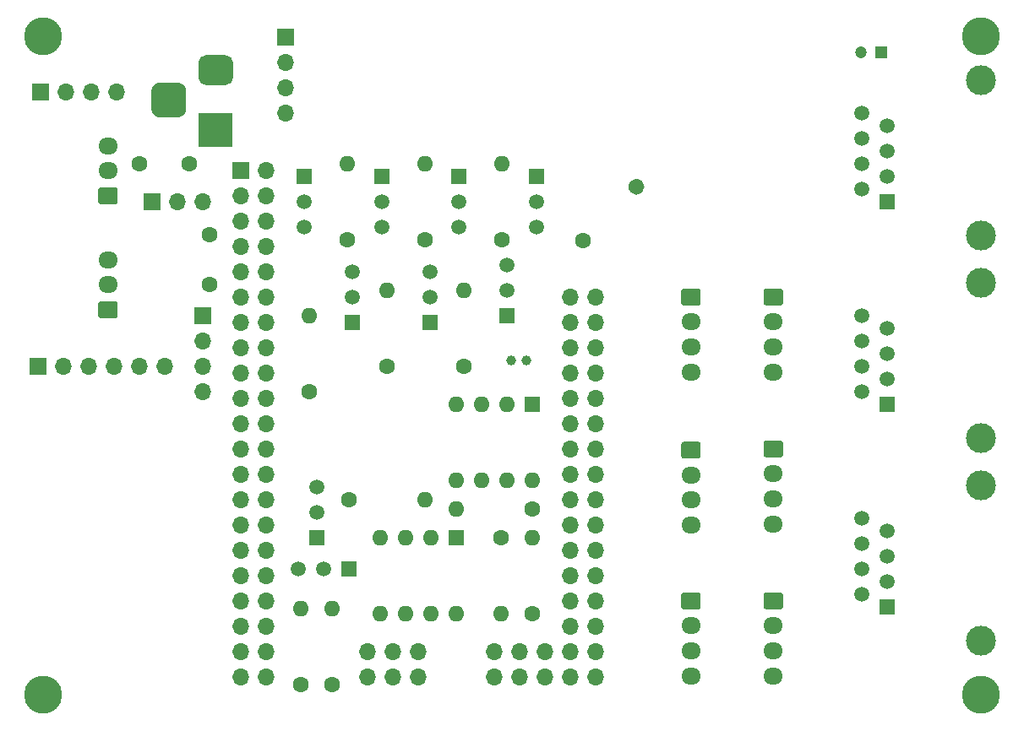
<source format=gbr>
%TF.GenerationSoftware,KiCad,Pcbnew,5.1.10-88a1d61d58~89~ubuntu20.10.1*%
%TF.CreationDate,2021-07-14T23:28:35-05:00*%
%TF.ProjectId,nutrient,6e757472-6965-46e7-942e-6b696361645f,rev?*%
%TF.SameCoordinates,Original*%
%TF.FileFunction,Copper,L1,Top*%
%TF.FilePolarity,Positive*%
%FSLAX46Y46*%
G04 Gerber Fmt 4.6, Leading zero omitted, Abs format (unit mm)*
G04 Created by KiCad (PCBNEW 5.1.10-88a1d61d58~89~ubuntu20.10.1) date 2021-07-14 23:28:35*
%MOMM*%
%LPD*%
G01*
G04 APERTURE LIST*
%TA.AperFunction,ComponentPad*%
%ADD10C,1.200000*%
%TD*%
%TA.AperFunction,ComponentPad*%
%ADD11R,1.200000X1.200000*%
%TD*%
%TA.AperFunction,ConnectorPad*%
%ADD12C,3.800000*%
%TD*%
%TA.AperFunction,ComponentPad*%
%ADD13C,2.600000*%
%TD*%
%TA.AperFunction,ComponentPad*%
%ADD14O,1.600000X1.600000*%
%TD*%
%TA.AperFunction,ComponentPad*%
%ADD15C,1.600000*%
%TD*%
%TA.AperFunction,ComponentPad*%
%ADD16C,1.500000*%
%TD*%
%TA.AperFunction,ComponentPad*%
%ADD17R,1.500000X1.500000*%
%TD*%
%TA.AperFunction,ComponentPad*%
%ADD18O,1.700000X1.700000*%
%TD*%
%TA.AperFunction,ComponentPad*%
%ADD19R,1.700000X1.700000*%
%TD*%
%TA.AperFunction,ComponentPad*%
%ADD20R,3.500000X3.500000*%
%TD*%
%TA.AperFunction,ComponentPad*%
%ADD21O,1.950000X1.700000*%
%TD*%
%TA.AperFunction,ComponentPad*%
%ADD22C,3.000000*%
%TD*%
%TA.AperFunction,ComponentPad*%
%ADD23R,1.600000X1.600000*%
%TD*%
%TA.AperFunction,ComponentPad*%
%ADD24C,1.000000*%
%TD*%
%TA.AperFunction,Conductor*%
%ADD25C,0.250000*%
%TD*%
G04 APERTURE END LIST*
D10*
%TO.P,C3,2*%
%TO.N,/VIN1*%
X184055000Y-38989000D03*
D11*
%TO.P,C3,1*%
%TO.N,GND*%
X186055000Y-38989000D03*
%TD*%
D12*
%TO.P,H4,1*%
%TO.N,N/C*%
X196088000Y-37338000D03*
D13*
X196088000Y-37338000D03*
%TD*%
D12*
%TO.P,H3,1*%
%TO.N,N/C*%
X102108000Y-37338000D03*
D13*
X102108000Y-37338000D03*
%TD*%
D12*
%TO.P,H2,1*%
%TO.N,N/C*%
X196088000Y-103378000D03*
D13*
X196088000Y-103378000D03*
%TD*%
D12*
%TO.P,H1,1*%
%TO.N,N/C*%
X102108000Y-103378000D03*
D13*
X102108000Y-103378000D03*
%TD*%
D14*
%TO.P,R2,2*%
%TO.N,/SS1*%
X131064000Y-94742000D03*
D15*
%TO.P,R2,1*%
%TO.N,/5V3*%
X131064000Y-102362000D03*
%TD*%
D14*
%TO.P,R1,2*%
%TO.N,/SS2*%
X127889000Y-94742000D03*
D15*
%TO.P,R1,1*%
%TO.N,/5V3*%
X127889000Y-102362000D03*
%TD*%
%TO.P,C2,2*%
%TO.N,/VIN1*%
X116760000Y-50165000D03*
%TO.P,C2,1*%
%TO.N,GND*%
X111760000Y-50165000D03*
%TD*%
%TO.P,C1,2*%
%TO.N,/5V2*%
X118745000Y-62230000D03*
%TO.P,C1,1*%
%TO.N,GND*%
X118745000Y-57230000D03*
%TD*%
D16*
%TO.P,Q6,2*%
%TO.N,Net-(Q6-Pad2)*%
X133096000Y-63500000D03*
%TO.P,Q6,3*%
%TO.N,GND*%
X133096000Y-60960000D03*
D17*
%TO.P,Q6,1*%
%TO.N,Net-(JM1-Pad3)*%
X133096000Y-66040000D03*
%TD*%
D18*
%TO.P,JI2C1,4*%
%TO.N,/SDA*%
X118110000Y-73025000D03*
%TO.P,JI2C1,3*%
%TO.N,/SCL*%
X118110000Y-70485000D03*
%TO.P,JI2C1,2*%
%TO.N,GND*%
X118110000Y-67945000D03*
D19*
%TO.P,JI2C1,1*%
%TO.N,/5V2*%
X118110000Y-65405000D03*
%TD*%
D20*
%TO.P,JDC1,1*%
%TO.N,/VIN1*%
X119380000Y-46736000D03*
%TO.P,JDC1,2*%
%TO.N,GND*%
%TA.AperFunction,ComponentPad*%
G36*
G01*
X118380000Y-39236000D02*
X120380000Y-39236000D01*
G75*
G02*
X121130000Y-39986000I0J-750000D01*
G01*
X121130000Y-41486000D01*
G75*
G02*
X120380000Y-42236000I-750000J0D01*
G01*
X118380000Y-42236000D01*
G75*
G02*
X117630000Y-41486000I0J750000D01*
G01*
X117630000Y-39986000D01*
G75*
G02*
X118380000Y-39236000I750000J0D01*
G01*
G37*
%TD.AperFunction*%
%TA.AperFunction,ComponentPad*%
G36*
G01*
X113805000Y-41986000D02*
X115555000Y-41986000D01*
G75*
G02*
X116430000Y-42861000I0J-875000D01*
G01*
X116430000Y-44611000D01*
G75*
G02*
X115555000Y-45486000I-875000J0D01*
G01*
X113805000Y-45486000D01*
G75*
G02*
X112930000Y-44611000I0J875000D01*
G01*
X112930000Y-42861000D01*
G75*
G02*
X113805000Y-41986000I875000J0D01*
G01*
G37*
%TD.AperFunction*%
%TD*%
D21*
%TO.P,J8,3*%
%TO.N,/VIN*%
X108585000Y-48340000D03*
%TO.P,J8,2*%
%TO.N,GND*%
X108585000Y-50840000D03*
%TO.P,J8,1*%
%TO.N,/INT0*%
%TA.AperFunction,ComponentPad*%
G36*
G01*
X109310000Y-54190000D02*
X107860000Y-54190000D01*
G75*
G02*
X107610000Y-53940000I0J250000D01*
G01*
X107610000Y-52740000D01*
G75*
G02*
X107860000Y-52490000I250000J0D01*
G01*
X109310000Y-52490000D01*
G75*
G02*
X109560000Y-52740000I0J-250000D01*
G01*
X109560000Y-53940000D01*
G75*
G02*
X109310000Y-54190000I-250000J0D01*
G01*
G37*
%TD.AperFunction*%
%TD*%
%TO.P,J7,3*%
%TO.N,/VIN*%
X108585000Y-59770000D03*
%TO.P,J7,2*%
%TO.N,GND*%
X108585000Y-62270000D03*
%TO.P,J7,1*%
%TO.N,/INT1*%
%TA.AperFunction,ComponentPad*%
G36*
G01*
X109310000Y-65620000D02*
X107860000Y-65620000D01*
G75*
G02*
X107610000Y-65370000I0J250000D01*
G01*
X107610000Y-64170000D01*
G75*
G02*
X107860000Y-63920000I250000J0D01*
G01*
X109310000Y-63920000D01*
G75*
G02*
X109560000Y-64170000I0J-250000D01*
G01*
X109560000Y-65370000D01*
G75*
G02*
X109310000Y-65620000I-250000J0D01*
G01*
G37*
%TD.AperFunction*%
%TD*%
D18*
%TO.P,JI2C3,4*%
%TO.N,/5V2*%
X126365000Y-45085000D03*
%TO.P,JI2C3,3*%
%TO.N,GND*%
X126365000Y-42545000D03*
%TO.P,JI2C3,2*%
%TO.N,/SDA*%
X126365000Y-40005000D03*
D19*
%TO.P,JI2C3,1*%
%TO.N,/SCL*%
X126365000Y-37465000D03*
%TD*%
%TO.P,JSPI1,1*%
%TO.N,/SS2*%
X101600000Y-70485000D03*
D18*
%TO.P,JSPI1,2*%
%TO.N,Net-(JSPI1-Pad2)*%
X104140000Y-70485000D03*
%TO.P,JSPI1,3*%
%TO.N,Net-(JSPI1-Pad3)*%
X106680000Y-70485000D03*
%TO.P,JSPI1,4*%
%TO.N,Net-(JSPI1-Pad4)*%
X109220000Y-70485000D03*
%TO.P,JSPI1,5*%
%TO.N,/5V3*%
X111760000Y-70485000D03*
%TO.P,JSPI1,6*%
%TO.N,GND*%
X114300000Y-70485000D03*
%TD*%
D22*
%TO.P,JS2,SH*%
%TO.N,GND*%
X196090000Y-62080000D03*
D16*
%TO.P,JS2,3*%
%TO.N,Net-(JS2-Pad3)*%
X186690000Y-71755000D03*
%TO.P,JS2,5*%
%TO.N,Net-(JS2-Pad5)*%
X186690000Y-69215000D03*
%TO.P,JS2,4*%
%TO.N,Net-(JS2-Pad4)*%
X184150000Y-70485000D03*
%TO.P,JS2,7*%
%TO.N,Net-(JS2-Pad7)*%
X186690000Y-66675000D03*
D17*
%TO.P,JS2,1*%
%TO.N,/VIN*%
X186690000Y-74295000D03*
D16*
%TO.P,JS2,2*%
%TO.N,Net-(JS2-Pad2)*%
X184150000Y-73025000D03*
D22*
%TO.P,JS2,SH*%
%TO.N,GND*%
X196090000Y-77620000D03*
D16*
%TO.P,JS2,8*%
X184150000Y-65405000D03*
%TO.P,JS2,6*%
%TO.N,Net-(JS2-Pad6)*%
X184150000Y-67945000D03*
%TD*%
D14*
%TO.P,U1,8*%
%TO.N,/5V3*%
X143510000Y-95250000D03*
%TO.P,U1,4*%
%TO.N,/GND3*%
X135890000Y-87630000D03*
%TO.P,U1,7*%
%TO.N,/5V3*%
X140970000Y-95250000D03*
%TO.P,U1,3*%
%TO.N,Net-(U1-Pad3)*%
X138430000Y-87630000D03*
%TO.P,U1,6*%
%TO.N,Net-(JSPI1-Pad2)*%
X138430000Y-95250000D03*
%TO.P,U1,2*%
%TO.N,Net-(QSO1-Pad1)*%
X140970000Y-87630000D03*
%TO.P,U1,5*%
%TO.N,Net-(JSPI1-Pad3)*%
X135890000Y-95250000D03*
D23*
%TO.P,U1,1*%
%TO.N,Net-(QSS1-Pad3)*%
X143510000Y-87630000D03*
%TD*%
D18*
%TO.P,JI2C2,4*%
%TO.N,/5V2*%
X109474000Y-42926000D03*
%TO.P,JI2C2,3*%
%TO.N,GND*%
X106934000Y-42926000D03*
%TO.P,JI2C2,2*%
%TO.N,/SCL*%
X104394000Y-42926000D03*
D19*
%TO.P,JI2C2,1*%
%TO.N,/SDA*%
X101854000Y-42926000D03*
%TD*%
D21*
%TO.P,J3,4*%
%TO.N,Net-(J3-Pad4)*%
X175260000Y-86240000D03*
%TO.P,J3,3*%
%TO.N,Net-(J3-Pad3)*%
X175260000Y-83740000D03*
%TO.P,J3,2*%
%TO.N,Net-(J3-Pad2)*%
X175260000Y-81240000D03*
%TO.P,J3,1*%
%TO.N,Net-(J3-Pad1)*%
%TA.AperFunction,ComponentPad*%
G36*
G01*
X174535000Y-77890000D02*
X175985000Y-77890000D01*
G75*
G02*
X176235000Y-78140000I0J-250000D01*
G01*
X176235000Y-79340000D01*
G75*
G02*
X175985000Y-79590000I-250000J0D01*
G01*
X174535000Y-79590000D01*
G75*
G02*
X174285000Y-79340000I0J250000D01*
G01*
X174285000Y-78140000D01*
G75*
G02*
X174535000Y-77890000I250000J0D01*
G01*
G37*
%TD.AperFunction*%
%TD*%
D24*
%TO.P,Y1,2*%
%TO.N,Net-(U2-Pad2)*%
X148995000Y-69850000D03*
%TO.P,Y1,1*%
%TO.N,Net-(U2-Pad1)*%
X150495000Y-69850000D03*
%TD*%
D21*
%TO.P,J1,4*%
%TO.N,Net-(J1-Pad4)*%
X175260000Y-101480000D03*
%TO.P,J1,3*%
%TO.N,Net-(J1-Pad3)*%
X175260000Y-98980000D03*
%TO.P,J1,2*%
%TO.N,Net-(J1-Pad2)*%
X175260000Y-96480000D03*
%TO.P,J1,1*%
%TO.N,Net-(J1-Pad1)*%
%TA.AperFunction,ComponentPad*%
G36*
G01*
X174535000Y-93130000D02*
X175985000Y-93130000D01*
G75*
G02*
X176235000Y-93380000I0J-250000D01*
G01*
X176235000Y-94580000D01*
G75*
G02*
X175985000Y-94830000I-250000J0D01*
G01*
X174535000Y-94830000D01*
G75*
G02*
X174285000Y-94580000I0J250000D01*
G01*
X174285000Y-93380000D01*
G75*
G02*
X174535000Y-93130000I250000J0D01*
G01*
G37*
%TD.AperFunction*%
%TD*%
D18*
%TO.P,XA1,D43*%
%TO.N,Net-(J3-Pad4)*%
X154940000Y-96520000D03*
%TO.P,XA1,D42*%
%TO.N,Net-(J3-Pad3)*%
X157480000Y-96520000D03*
%TO.P,XA1,D18*%
%TO.N,Net-(XA1-PadD18)*%
X124460000Y-86360000D03*
%TO.P,XA1,D25*%
%TO.N,Net-(XA1-PadD25)*%
X121920000Y-93980000D03*
D19*
%TO.P,XA1,VIN1*%
%TO.N,/VIN1*%
X121920000Y-50800000D03*
D18*
%TO.P,XA1,D33*%
%TO.N,Net-(J5-Pad2)*%
X154940000Y-83820000D03*
%TO.P,XA1,3V2*%
%TO.N,Net-(XA1-Pad3V2)*%
X124460000Y-58420000D03*
%TO.P,XA1,D16*%
%TO.N,Net-(XA1-PadD16)*%
X124460000Y-83820000D03*
%TO.P,XA1,AREF*%
%TO.N,/VIN*%
X124460000Y-60960000D03*
%TO.P,XA1,D10*%
%TO.N,Net-(RQ7-Pad1)*%
X124460000Y-76200000D03*
%TO.P,XA1,D8*%
%TO.N,Net-(RQ5-Pad1)*%
X124460000Y-73660000D03*
%TO.P,XA1,D36*%
%TO.N,Net-(J4-Pad1)*%
X157480000Y-88900000D03*
%TO.P,XA1,D9*%
%TO.N,Net-(RQ6-Pad1)*%
X121920000Y-73660000D03*
%TO.P,XA1,D6*%
%TO.N,Net-(RQ3-Pad1)*%
X124460000Y-71120000D03*
%TO.P,XA1,5V1*%
%TO.N,/5V1*%
X121920000Y-55880000D03*
%TO.P,XA1,D1*%
%TO.N,Net-(XA1-PadD1)*%
X121920000Y-63500000D03*
%TO.P,XA1,D20*%
%TO.N,/SDA*%
X124460000Y-88900000D03*
%TO.P,XA1,D4*%
%TO.N,Net-(RQ1-Pad1)*%
X124460000Y-68580000D03*
%TO.P,XA1,D24*%
%TO.N,Net-(XA1-PadD24)*%
X124460000Y-93980000D03*
%TO.P,XA1,D3*%
%TO.N,/INT1*%
X121920000Y-66040000D03*
%TO.P,XA1,D23*%
%TO.N,/SS2*%
X121920000Y-91440000D03*
%TO.P,XA1,3V1*%
%TO.N,Net-(JP1-Pad1)*%
X121920000Y-58420000D03*
%TO.P,XA1,D7*%
%TO.N,Net-(RQ4-Pad1)*%
X121920000Y-71120000D03*
%TO.P,XA1,D40*%
%TO.N,Net-(J3-Pad1)*%
X157480000Y-93980000D03*
%TO.P,XA1,D17*%
%TO.N,Net-(XA1-PadD17)*%
X121920000Y-83820000D03*
%TO.P,XA1,D49*%
%TO.N,Net-(J1-Pad1)*%
X152400000Y-99060000D03*
%TO.P,XA1,D14*%
%TO.N,Net-(XA1-PadD14)*%
X124460000Y-81280000D03*
%TO.P,XA1,RST2*%
%TO.N,Net-(XA1-PadRST2)*%
X134620000Y-99060000D03*
%TO.P,XA1,D52*%
%TO.N,Net-(XA1-PadD52)*%
X147320000Y-101600000D03*
%TO.P,XA1,D50*%
%TO.N,Net-(J1-Pad4)*%
X149860000Y-101600000D03*
%TO.P,XA1,D38*%
%TO.N,Net-(J4-Pad3)*%
X157480000Y-91440000D03*
%TO.P,XA1,A6*%
%TO.N,Net-(JS1-Pad7)*%
X157480000Y-71120000D03*
%TO.P,XA1,A12*%
%TO.N,Net-(J6-Pad1)*%
X157480000Y-78740000D03*
%TO.P,XA1,D34*%
%TO.N,Net-(J5-Pad3)*%
X157480000Y-86360000D03*
%TO.P,XA1,MOSI*%
%TO.N,Net-(JSPI1-Pad3)*%
X137160000Y-101600000D03*
%TO.P,XA1,SCK*%
%TO.N,Net-(JSPI1-Pad2)*%
X137160000Y-99060000D03*
%TO.P,XA1,D39*%
%TO.N,Net-(J4-Pad4)*%
X154940000Y-91440000D03*
%TO.P,XA1,A13*%
%TO.N,Net-(J6-Pad2)*%
X154940000Y-78740000D03*
%TO.P,XA1,D28*%
%TO.N,Net-(XA1-PadD28)*%
X124460000Y-99060000D03*
%TO.P,XA1,A10*%
%TO.N,Net-(JS1-Pad3)*%
X157480000Y-76200000D03*
%TO.P,XA1,A0*%
%TO.N,Net-(JS2-Pad7)*%
X157480000Y-63500000D03*
%TO.P,XA1,MISO*%
%TO.N,Net-(QSO1-Pad1)*%
X139700000Y-99060000D03*
%TO.P,XA1,D48*%
%TO.N,Net-(J1-Pad2)*%
X152400000Y-101600000D03*
%TO.P,XA1,D19*%
%TO.N,Net-(XA1-PadD19)*%
X121920000Y-86360000D03*
%TO.P,XA1,D29*%
%TO.N,Net-(XA1-PadD29)*%
X121920000Y-99060000D03*
%TO.P,XA1,A15*%
%TO.N,Net-(J6-Pad4)*%
X154940000Y-81280000D03*
%TO.P,XA1,D12*%
%TO.N,Net-(XA1-PadD12)*%
X124460000Y-78740000D03*
%TO.P,XA1,D22*%
%TO.N,/SS1*%
X124460000Y-91440000D03*
%TO.P,XA1,A1*%
%TO.N,Net-(JS2-Pad6)*%
X154940000Y-63500000D03*
%TO.P,XA1,A11*%
%TO.N,Net-(JS1-Pad2)*%
X154940000Y-76200000D03*
%TO.P,XA1,A2*%
%TO.N,Net-(JS2-Pad5)*%
X157480000Y-66040000D03*
%TO.P,XA1,D30*%
%TO.N,Net-(XA1-PadD30)*%
X124460000Y-101600000D03*
%TO.P,XA1,A8*%
%TO.N,Net-(JS1-Pad5)*%
X157480000Y-73660000D03*
%TO.P,XA1,A3*%
%TO.N,Net-(JS2-Pad4)*%
X154940000Y-66040000D03*
%TO.P,XA1,D46*%
%TO.N,Net-(J2-Pad3)*%
X157480000Y-101600000D03*
%TO.P,XA1,D47*%
%TO.N,Net-(J2-Pad4)*%
X154940000Y-101600000D03*
%TO.P,XA1,A9*%
%TO.N,Net-(JS1-Pad4)*%
X154940000Y-73660000D03*
%TO.P,XA1,D44*%
%TO.N,Net-(J2-Pad1)*%
X157480000Y-99060000D03*
%TO.P,XA1,D21*%
%TO.N,/SCL*%
X121920000Y-88900000D03*
%TO.P,XA1,D45*%
%TO.N,Net-(J2-Pad2)*%
X154940000Y-99060000D03*
%TO.P,XA1,D27*%
%TO.N,Net-(XA1-PadD27)*%
X121920000Y-96520000D03*
%TO.P,XA1,GND3*%
%TO.N,/GND3*%
X134620000Y-101600000D03*
%TO.P,XA1,D32*%
%TO.N,Net-(J5-Pad1)*%
X157480000Y-83820000D03*
%TO.P,XA1,A4*%
%TO.N,Net-(JS2-Pad3)*%
X157480000Y-68580000D03*
%TO.P,XA1,GND1*%
%TO.N,GND*%
X121920000Y-53340000D03*
%TO.P,XA1,D5*%
%TO.N,Net-(RQ2-Pad1)*%
X121920000Y-68580000D03*
%TO.P,XA1,D2*%
%TO.N,/INT0*%
X124460000Y-66040000D03*
%TO.P,XA1,VIN2*%
%TO.N,/VIN1*%
X124460000Y-50800000D03*
%TO.P,XA1,GND2*%
%TO.N,GND*%
X124460000Y-53340000D03*
%TO.P,XA1,D53*%
%TO.N,Net-(XA1-PadD53)*%
X147320000Y-99060000D03*
%TO.P,XA1,A14*%
%TO.N,Net-(J6-Pad3)*%
X157480000Y-81280000D03*
%TO.P,XA1,D0*%
%TO.N,Net-(XA1-PadD0)*%
X124460000Y-63500000D03*
%TO.P,XA1,D41*%
%TO.N,Net-(J3-Pad2)*%
X154940000Y-93980000D03*
%TO.P,XA1,5V2*%
%TO.N,/5V2*%
X124460000Y-55880000D03*
%TO.P,XA1,D11*%
%TO.N,Net-(XA1-PadD11)*%
X121920000Y-76200000D03*
%TO.P,XA1,D26*%
%TO.N,Net-(XA1-PadD26)*%
X124460000Y-96520000D03*
%TO.P,XA1,5V3*%
%TO.N,/5V3*%
X139700000Y-101600000D03*
%TO.P,XA1,D15*%
%TO.N,Net-(XA1-PadD15)*%
X121920000Y-81280000D03*
%TO.P,XA1,D51*%
%TO.N,Net-(J1-Pad3)*%
X149860000Y-99060000D03*
%TO.P,XA1,A5*%
%TO.N,Net-(JS2-Pad2)*%
X154940000Y-68580000D03*
%TO.P,XA1,A7*%
%TO.N,Net-(JS1-Pad6)*%
X154940000Y-71120000D03*
%TO.P,XA1,D37*%
%TO.N,Net-(J4-Pad2)*%
X154940000Y-88900000D03*
%TO.P,XA1,D31*%
%TO.N,Net-(XA1-PadD31)*%
X121920000Y-101600000D03*
%TO.P,XA1,D35*%
%TO.N,Net-(J5-Pad4)*%
X154940000Y-86360000D03*
%TO.P,XA1,RST1*%
%TO.N,Net-(XA1-PadRST1)*%
X121920000Y-60960000D03*
%TO.P,XA1,D13*%
%TO.N,Net-(XA1-PadD13)*%
X121920000Y-78740000D03*
%TD*%
D14*
%TO.P,RQ7,2*%
%TO.N,Net-(Q7-Pad2)*%
X144272000Y-62865000D03*
D15*
%TO.P,RQ7,1*%
%TO.N,Net-(RQ7-Pad1)*%
X144272000Y-70485000D03*
%TD*%
D16*
%TO.P,Q7,2*%
%TO.N,Net-(Q7-Pad2)*%
X148590000Y-62865000D03*
%TO.P,Q7,3*%
%TO.N,GND*%
X148590000Y-60325000D03*
D17*
%TO.P,Q7,1*%
%TO.N,Net-(JM1-Pad2)*%
X148590000Y-65405000D03*
%TD*%
D22*
%TO.P,JM1,SH*%
%TO.N,GND*%
X196090000Y-41760000D03*
D16*
%TO.P,JM1,3*%
%TO.N,Net-(JM1-Pad3)*%
X186690000Y-51435000D03*
%TO.P,JM1,5*%
%TO.N,/VIN1*%
X186690000Y-48895000D03*
%TO.P,JM1,4*%
%TO.N,Net-(JM1-Pad4)*%
X184150000Y-50165000D03*
%TO.P,JM1,7*%
%TO.N,Net-(JM1-Pad7)*%
X186690000Y-46355000D03*
D17*
%TO.P,JM1,1*%
%TO.N,Net-(JM1-Pad1)*%
X186690000Y-53975000D03*
D16*
%TO.P,JM1,2*%
%TO.N,Net-(JM1-Pad2)*%
X184150000Y-52705000D03*
D22*
%TO.P,JM1,SH*%
%TO.N,GND*%
X196090000Y-57300000D03*
D16*
%TO.P,JM1,8*%
%TO.N,Net-(JM1-Pad8)*%
X184150000Y-45085000D03*
%TO.P,JM1,6*%
%TO.N,Net-(JM1-Pad6)*%
X184150000Y-47625000D03*
%TD*%
D21*
%TO.P,J2,4*%
%TO.N,Net-(J2-Pad4)*%
X167005000Y-101480000D03*
%TO.P,J2,3*%
%TO.N,Net-(J2-Pad3)*%
X167005000Y-98980000D03*
%TO.P,J2,2*%
%TO.N,Net-(J2-Pad2)*%
X167005000Y-96480000D03*
%TO.P,J2,1*%
%TO.N,Net-(J2-Pad1)*%
%TA.AperFunction,ComponentPad*%
G36*
G01*
X166280000Y-93130000D02*
X167730000Y-93130000D01*
G75*
G02*
X167980000Y-93380000I0J-250000D01*
G01*
X167980000Y-94580000D01*
G75*
G02*
X167730000Y-94830000I-250000J0D01*
G01*
X166280000Y-94830000D01*
G75*
G02*
X166030000Y-94580000I0J250000D01*
G01*
X166030000Y-93380000D01*
G75*
G02*
X166280000Y-93130000I250000J0D01*
G01*
G37*
%TD.AperFunction*%
%TD*%
D18*
%TO.P,JP1,3*%
%TO.N,/5V1*%
X118110000Y-53975000D03*
%TO.P,JP1,2*%
%TO.N,/VIN*%
X115570000Y-53975000D03*
D19*
%TO.P,JP1,1*%
%TO.N,Net-(JP1-Pad1)*%
X113030000Y-53975000D03*
%TD*%
D22*
%TO.P,JS1,SH*%
%TO.N,GND*%
X196090000Y-82400000D03*
D16*
%TO.P,JS1,3*%
%TO.N,Net-(JS1-Pad3)*%
X186690000Y-92075000D03*
%TO.P,JS1,5*%
%TO.N,Net-(JS1-Pad5)*%
X186690000Y-89535000D03*
%TO.P,JS1,4*%
%TO.N,Net-(JS1-Pad4)*%
X184150000Y-90805000D03*
%TO.P,JS1,7*%
%TO.N,Net-(JS1-Pad7)*%
X186690000Y-86995000D03*
D17*
%TO.P,JS1,1*%
%TO.N,/VIN*%
X186690000Y-94615000D03*
D16*
%TO.P,JS1,2*%
%TO.N,Net-(JS1-Pad2)*%
X184150000Y-93345000D03*
D22*
%TO.P,JS1,SH*%
%TO.N,GND*%
X196090000Y-97940000D03*
D16*
%TO.P,JS1,8*%
X184150000Y-85725000D03*
%TO.P,JS1,6*%
%TO.N,Net-(JS1-Pad6)*%
X184150000Y-88265000D03*
%TD*%
D14*
%TO.P,RQ2,2*%
%TO.N,Net-(Q2-Pad2)*%
X132588000Y-50165000D03*
D15*
%TO.P,RQ2,1*%
%TO.N,Net-(RQ2-Pad1)*%
X132588000Y-57785000D03*
%TD*%
D14*
%TO.P,RQ1,2*%
%TO.N,Net-(Q1-Pad2)*%
X140335000Y-50165000D03*
D15*
%TO.P,RQ1,1*%
%TO.N,Net-(RQ1-Pad1)*%
X140335000Y-57785000D03*
%TD*%
D16*
%TO.P,Q2,2*%
%TO.N,Net-(Q2-Pad2)*%
X128270000Y-53975000D03*
%TO.P,Q2,3*%
%TO.N,GND*%
X128270000Y-56515000D03*
D17*
%TO.P,Q2,1*%
%TO.N,Net-(JM1-Pad7)*%
X128270000Y-51435000D03*
%TD*%
D16*
%TO.P,Q1,2*%
%TO.N,Net-(Q1-Pad2)*%
X136017000Y-53975000D03*
%TO.P,Q1,3*%
%TO.N,GND*%
X136017000Y-56515000D03*
D17*
%TO.P,Q1,1*%
%TO.N,Net-(JM1-Pad8)*%
X136017000Y-51435000D03*
%TD*%
D14*
%TO.P,U2,8*%
%TO.N,/5V3*%
X151130000Y-81915000D03*
%TO.P,U2,4*%
%TO.N,GND*%
X143510000Y-74295000D03*
%TO.P,U2,7*%
%TO.N,Net-(U2-Pad7)*%
X148590000Y-81915000D03*
%TO.P,U2,3*%
%TO.N,Net-(BT1-Pad1)*%
X146050000Y-74295000D03*
%TO.P,U2,6*%
%TO.N,/SCL*%
X146050000Y-81915000D03*
%TO.P,U2,2*%
%TO.N,Net-(U2-Pad2)*%
X148590000Y-74295000D03*
%TO.P,U2,5*%
%TO.N,/SDA*%
X143510000Y-81915000D03*
D23*
%TO.P,U2,1*%
%TO.N,Net-(U2-Pad1)*%
X151130000Y-74295000D03*
%TD*%
D14*
%TO.P,R3,2*%
%TO.N,Net-(QSS1-Pad3)*%
X140335000Y-83820000D03*
D15*
%TO.P,R3,1*%
%TO.N,Net-(QSO1-Pad2)*%
X132715000Y-83820000D03*
%TD*%
D14*
%TO.P,R20,2*%
%TO.N,/5V3*%
X151130000Y-87630000D03*
D15*
%TO.P,R20,1*%
%TO.N,/SDA*%
X151130000Y-95250000D03*
%TD*%
D14*
%TO.P,R21,2*%
%TO.N,/SCL*%
X143510000Y-84772500D03*
D15*
%TO.P,R21,1*%
%TO.N,/5V3*%
X151130000Y-84772500D03*
%TD*%
D14*
%TO.P,R4,2*%
%TO.N,/5V3*%
X147955000Y-95250000D03*
D15*
%TO.P,R4,1*%
%TO.N,Net-(QSS1-Pad3)*%
X147955000Y-87630000D03*
%TD*%
D14*
%TO.P,RQ6,2*%
%TO.N,Net-(Q6-Pad2)*%
X128778000Y-65405000D03*
D15*
%TO.P,RQ6,1*%
%TO.N,Net-(RQ6-Pad1)*%
X128778000Y-73025000D03*
%TD*%
D14*
%TO.P,RQ5,2*%
%TO.N,Net-(Q5-Pad2)*%
X136525000Y-62865000D03*
D15*
%TO.P,RQ5,1*%
%TO.N,Net-(RQ5-Pad1)*%
X136525000Y-70485000D03*
%TD*%
D14*
%TO.P,RQ4,2*%
%TO.N,Net-(Q4-Pad2)*%
X148082000Y-50165000D03*
D15*
%TO.P,RQ4,1*%
%TO.N,Net-(RQ4-Pad1)*%
X148082000Y-57785000D03*
%TD*%
%TO.P,RQ3,2*%
%TO.N,Net-(Q3-Pad2)*%
%TA.AperFunction,ComponentPad*%
G36*
G01*
X160978315Y-53016685D02*
X160978315Y-53016685D01*
G75*
G02*
X160978315Y-51885315I565685J565685D01*
G01*
X160978315Y-51885315D01*
G75*
G02*
X162109685Y-51885315I565685J-565685D01*
G01*
X162109685Y-51885315D01*
G75*
G02*
X162109685Y-53016685I-565685J-565685D01*
G01*
X162109685Y-53016685D01*
G75*
G02*
X160978315Y-53016685I-565685J565685D01*
G01*
G37*
%TD.AperFunction*%
%TO.P,RQ3,1*%
%TO.N,Net-(RQ3-Pad1)*%
X156155846Y-57839154D03*
%TD*%
D17*
%TO.P,QSO1,1*%
%TO.N,Net-(QSO1-Pad1)*%
X129540000Y-87630000D03*
D16*
%TO.P,QSO1,3*%
%TO.N,Net-(JSPI1-Pad4)*%
X129540000Y-82550000D03*
%TO.P,QSO1,2*%
%TO.N,Net-(QSO1-Pad2)*%
X129540000Y-85090000D03*
%TD*%
D17*
%TO.P,QSS1,1*%
%TO.N,/GND3*%
X132715000Y-90805000D03*
D16*
%TO.P,QSS1,3*%
%TO.N,Net-(QSS1-Pad3)*%
X127635000Y-90805000D03*
%TO.P,QSS1,2*%
%TO.N,/SS1*%
X130175000Y-90805000D03*
%TD*%
%TO.P,Q5,2*%
%TO.N,Net-(Q5-Pad2)*%
X140843000Y-63500000D03*
%TO.P,Q5,3*%
%TO.N,GND*%
X140843000Y-60960000D03*
D17*
%TO.P,Q5,1*%
%TO.N,Net-(JM1-Pad1)*%
X140843000Y-66040000D03*
%TD*%
D16*
%TO.P,Q4,2*%
%TO.N,Net-(Q4-Pad2)*%
X143764000Y-53975000D03*
%TO.P,Q4,3*%
%TO.N,GND*%
X143764000Y-56515000D03*
D17*
%TO.P,Q4,1*%
%TO.N,Net-(JM1-Pad6)*%
X143764000Y-51435000D03*
%TD*%
D16*
%TO.P,Q3,2*%
%TO.N,Net-(Q3-Pad2)*%
X151511000Y-53975000D03*
%TO.P,Q3,3*%
%TO.N,GND*%
X151511000Y-56515000D03*
D17*
%TO.P,Q3,1*%
%TO.N,Net-(JM1-Pad4)*%
X151511000Y-51435000D03*
%TD*%
D21*
%TO.P,J6,4*%
%TO.N,Net-(J6-Pad4)*%
X167005000Y-71000000D03*
%TO.P,J6,3*%
%TO.N,Net-(J6-Pad3)*%
X167005000Y-68500000D03*
%TO.P,J6,2*%
%TO.N,Net-(J6-Pad2)*%
X167005000Y-66000000D03*
%TO.P,J6,1*%
%TO.N,Net-(J6-Pad1)*%
%TA.AperFunction,ComponentPad*%
G36*
G01*
X166280000Y-62650000D02*
X167730000Y-62650000D01*
G75*
G02*
X167980000Y-62900000I0J-250000D01*
G01*
X167980000Y-64100000D01*
G75*
G02*
X167730000Y-64350000I-250000J0D01*
G01*
X166280000Y-64350000D01*
G75*
G02*
X166030000Y-64100000I0J250000D01*
G01*
X166030000Y-62900000D01*
G75*
G02*
X166280000Y-62650000I250000J0D01*
G01*
G37*
%TD.AperFunction*%
%TD*%
%TO.P,J5,4*%
%TO.N,Net-(J5-Pad4)*%
X175260000Y-71000000D03*
%TO.P,J5,3*%
%TO.N,Net-(J5-Pad3)*%
X175260000Y-68500000D03*
%TO.P,J5,2*%
%TO.N,Net-(J5-Pad2)*%
X175260000Y-66000000D03*
%TO.P,J5,1*%
%TO.N,Net-(J5-Pad1)*%
%TA.AperFunction,ComponentPad*%
G36*
G01*
X174535000Y-62650000D02*
X175985000Y-62650000D01*
G75*
G02*
X176235000Y-62900000I0J-250000D01*
G01*
X176235000Y-64100000D01*
G75*
G02*
X175985000Y-64350000I-250000J0D01*
G01*
X174535000Y-64350000D01*
G75*
G02*
X174285000Y-64100000I0J250000D01*
G01*
X174285000Y-62900000D01*
G75*
G02*
X174535000Y-62650000I250000J0D01*
G01*
G37*
%TD.AperFunction*%
%TD*%
%TO.P,J4,4*%
%TO.N,Net-(J4-Pad4)*%
X167005000Y-86360000D03*
%TO.P,J4,3*%
%TO.N,Net-(J4-Pad3)*%
X167005000Y-83860000D03*
%TO.P,J4,2*%
%TO.N,Net-(J4-Pad2)*%
X167005000Y-81360000D03*
%TO.P,J4,1*%
%TO.N,Net-(J4-Pad1)*%
%TA.AperFunction,ComponentPad*%
G36*
G01*
X166280000Y-78010000D02*
X167730000Y-78010000D01*
G75*
G02*
X167980000Y-78260000I0J-250000D01*
G01*
X167980000Y-79460000D01*
G75*
G02*
X167730000Y-79710000I-250000J0D01*
G01*
X166280000Y-79710000D01*
G75*
G02*
X166030000Y-79460000I0J250000D01*
G01*
X166030000Y-78260000D01*
G75*
G02*
X166280000Y-78010000I250000J0D01*
G01*
G37*
%TD.AperFunction*%
%TD*%
D25*
%TO.N,/5V2*%
X109474000Y-42926000D02*
X109220000Y-43180000D01*
%TD*%
M02*

</source>
